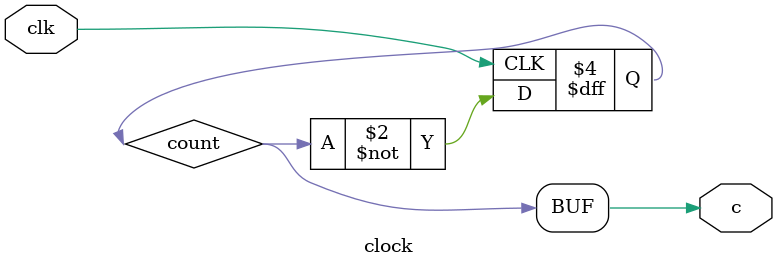
<source format=v>
module clock(clk,c);
	input clk;
	output c;

	reg count = 0;

	assign c = count;

	always @(posedge clk)
		count = ~count;
endmodule

</source>
